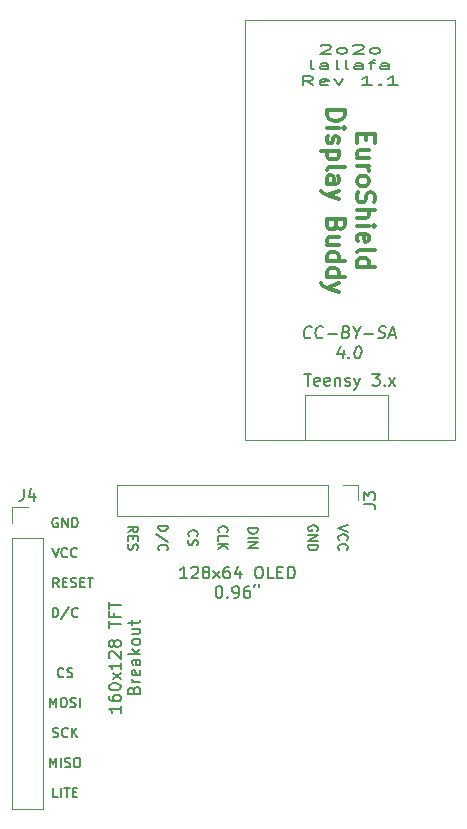
<source format=gbr>
G04 #@! TF.GenerationSoftware,KiCad,Pcbnew,(5.1.5-0-10_14)*
G04 #@! TF.CreationDate,2020-10-22T20:15:14+02:00*
G04 #@! TF.ProjectId,es_display,65735f64-6973-4706-9c61-792e6b696361,rev?*
G04 #@! TF.SameCoordinates,Original*
G04 #@! TF.FileFunction,Legend,Top*
G04 #@! TF.FilePolarity,Positive*
%FSLAX46Y46*%
G04 Gerber Fmt 4.6, Leading zero omitted, Abs format (unit mm)*
G04 Created by KiCad (PCBNEW (5.1.5-0-10_14)) date 2020-10-22 20:15:14*
%MOMM*%
%LPD*%
G04 APERTURE LIST*
%ADD10C,0.200000*%
%ADD11C,0.150000*%
%ADD12C,0.300000*%
%ADD13C,0.190500*%
%ADD14C,0.120000*%
G04 APERTURE END LIST*
D10*
X138885952Y-96662142D02*
X138832380Y-96709761D01*
X138683571Y-96757380D01*
X138588333Y-96757380D01*
X138451428Y-96709761D01*
X138368095Y-96614523D01*
X138332380Y-96519285D01*
X138308571Y-96328809D01*
X138326428Y-96185952D01*
X138397857Y-95995476D01*
X138457380Y-95900238D01*
X138564523Y-95805000D01*
X138713333Y-95757380D01*
X138808571Y-95757380D01*
X138945476Y-95805000D01*
X138987142Y-95852619D01*
X139885952Y-96662142D02*
X139832380Y-96709761D01*
X139683571Y-96757380D01*
X139588333Y-96757380D01*
X139451428Y-96709761D01*
X139368095Y-96614523D01*
X139332380Y-96519285D01*
X139308571Y-96328809D01*
X139326428Y-96185952D01*
X139397857Y-95995476D01*
X139457380Y-95900238D01*
X139564523Y-95805000D01*
X139713333Y-95757380D01*
X139808571Y-95757380D01*
X139945476Y-95805000D01*
X139987142Y-95852619D01*
X140350238Y-96376428D02*
X141112142Y-96376428D01*
X141939523Y-96233571D02*
X142076428Y-96281190D01*
X142118095Y-96328809D01*
X142153809Y-96424047D01*
X142135952Y-96566904D01*
X142076428Y-96662142D01*
X142022857Y-96709761D01*
X141921666Y-96757380D01*
X141540714Y-96757380D01*
X141665714Y-95757380D01*
X141999047Y-95757380D01*
X142088333Y-95805000D01*
X142130000Y-95852619D01*
X142165714Y-95947857D01*
X142153809Y-96043095D01*
X142094285Y-96138333D01*
X142040714Y-96185952D01*
X141939523Y-96233571D01*
X141606190Y-96233571D01*
X142790714Y-96281190D02*
X142731190Y-96757380D01*
X142522857Y-95757380D02*
X142790714Y-96281190D01*
X143189523Y-95757380D01*
X143445476Y-96376428D02*
X144207380Y-96376428D01*
X144594285Y-96709761D02*
X144731190Y-96757380D01*
X144969285Y-96757380D01*
X145070476Y-96709761D01*
X145124047Y-96662142D01*
X145183571Y-96566904D01*
X145195476Y-96471666D01*
X145159761Y-96376428D01*
X145118095Y-96328809D01*
X145028809Y-96281190D01*
X144844285Y-96233571D01*
X144755000Y-96185952D01*
X144713333Y-96138333D01*
X144677619Y-96043095D01*
X144689523Y-95947857D01*
X144749047Y-95852619D01*
X144802619Y-95805000D01*
X144903809Y-95757380D01*
X145141904Y-95757380D01*
X145278809Y-95805000D01*
X145576428Y-96471666D02*
X146052619Y-96471666D01*
X145445476Y-96757380D02*
X145903809Y-95757380D01*
X146112142Y-96757380D01*
X141695476Y-97790714D02*
X141612142Y-98457380D01*
X141505000Y-97409761D02*
X141177619Y-98124047D01*
X141796666Y-98124047D01*
X142147857Y-98362142D02*
X142189523Y-98409761D01*
X142135952Y-98457380D01*
X142094285Y-98409761D01*
X142147857Y-98362142D01*
X142135952Y-98457380D01*
X142927619Y-97457380D02*
X143022857Y-97457380D01*
X143112142Y-97505000D01*
X143153809Y-97552619D01*
X143189523Y-97647857D01*
X143213333Y-97838333D01*
X143183571Y-98076428D01*
X143112142Y-98266904D01*
X143052619Y-98362142D01*
X142999047Y-98409761D01*
X142897857Y-98457380D01*
X142802619Y-98457380D01*
X142713333Y-98409761D01*
X142671666Y-98362142D01*
X142635952Y-98266904D01*
X142612142Y-98076428D01*
X142641904Y-97838333D01*
X142713333Y-97647857D01*
X142772857Y-97552619D01*
X142826428Y-97505000D01*
X142927619Y-97457380D01*
D11*
X117500476Y-135616904D02*
X117119523Y-135616904D01*
X117119523Y-134816904D01*
X117767142Y-135616904D02*
X117767142Y-134816904D01*
X118033809Y-134816904D02*
X118490952Y-134816904D01*
X118262380Y-135616904D02*
X118262380Y-134816904D01*
X118757619Y-135197857D02*
X119024285Y-135197857D01*
X119138571Y-135616904D02*
X118757619Y-135616904D01*
X118757619Y-134816904D01*
X119138571Y-134816904D01*
X116852857Y-133076904D02*
X116852857Y-132276904D01*
X117119523Y-132848333D01*
X117386190Y-132276904D01*
X117386190Y-133076904D01*
X117767142Y-133076904D02*
X117767142Y-132276904D01*
X118110000Y-133038809D02*
X118224285Y-133076904D01*
X118414761Y-133076904D01*
X118490952Y-133038809D01*
X118529047Y-133000714D01*
X118567142Y-132924523D01*
X118567142Y-132848333D01*
X118529047Y-132772142D01*
X118490952Y-132734047D01*
X118414761Y-132695952D01*
X118262380Y-132657857D01*
X118186190Y-132619761D01*
X118148095Y-132581666D01*
X118110000Y-132505476D01*
X118110000Y-132429285D01*
X118148095Y-132353095D01*
X118186190Y-132315000D01*
X118262380Y-132276904D01*
X118452857Y-132276904D01*
X118567142Y-132315000D01*
X119062380Y-132276904D02*
X119214761Y-132276904D01*
X119290952Y-132315000D01*
X119367142Y-132391190D01*
X119405238Y-132543571D01*
X119405238Y-132810238D01*
X119367142Y-132962619D01*
X119290952Y-133038809D01*
X119214761Y-133076904D01*
X119062380Y-133076904D01*
X118986190Y-133038809D01*
X118910000Y-132962619D01*
X118871904Y-132810238D01*
X118871904Y-132543571D01*
X118910000Y-132391190D01*
X118986190Y-132315000D01*
X119062380Y-132276904D01*
X117081428Y-130498809D02*
X117195714Y-130536904D01*
X117386190Y-130536904D01*
X117462380Y-130498809D01*
X117500476Y-130460714D01*
X117538571Y-130384523D01*
X117538571Y-130308333D01*
X117500476Y-130232142D01*
X117462380Y-130194047D01*
X117386190Y-130155952D01*
X117233809Y-130117857D01*
X117157619Y-130079761D01*
X117119523Y-130041666D01*
X117081428Y-129965476D01*
X117081428Y-129889285D01*
X117119523Y-129813095D01*
X117157619Y-129775000D01*
X117233809Y-129736904D01*
X117424285Y-129736904D01*
X117538571Y-129775000D01*
X118338571Y-130460714D02*
X118300476Y-130498809D01*
X118186190Y-130536904D01*
X118110000Y-130536904D01*
X117995714Y-130498809D01*
X117919523Y-130422619D01*
X117881428Y-130346428D01*
X117843333Y-130194047D01*
X117843333Y-130079761D01*
X117881428Y-129927380D01*
X117919523Y-129851190D01*
X117995714Y-129775000D01*
X118110000Y-129736904D01*
X118186190Y-129736904D01*
X118300476Y-129775000D01*
X118338571Y-129813095D01*
X118681428Y-130536904D02*
X118681428Y-129736904D01*
X119138571Y-130536904D02*
X118795714Y-130079761D01*
X119138571Y-129736904D02*
X118681428Y-130194047D01*
X116852857Y-127996904D02*
X116852857Y-127196904D01*
X117119523Y-127768333D01*
X117386190Y-127196904D01*
X117386190Y-127996904D01*
X117919523Y-127196904D02*
X118071904Y-127196904D01*
X118148095Y-127235000D01*
X118224285Y-127311190D01*
X118262380Y-127463571D01*
X118262380Y-127730238D01*
X118224285Y-127882619D01*
X118148095Y-127958809D01*
X118071904Y-127996904D01*
X117919523Y-127996904D01*
X117843333Y-127958809D01*
X117767142Y-127882619D01*
X117729047Y-127730238D01*
X117729047Y-127463571D01*
X117767142Y-127311190D01*
X117843333Y-127235000D01*
X117919523Y-127196904D01*
X118567142Y-127958809D02*
X118681428Y-127996904D01*
X118871904Y-127996904D01*
X118948095Y-127958809D01*
X118986190Y-127920714D01*
X119024285Y-127844523D01*
X119024285Y-127768333D01*
X118986190Y-127692142D01*
X118948095Y-127654047D01*
X118871904Y-127615952D01*
X118719523Y-127577857D01*
X118643333Y-127539761D01*
X118605238Y-127501666D01*
X118567142Y-127425476D01*
X118567142Y-127349285D01*
X118605238Y-127273095D01*
X118643333Y-127235000D01*
X118719523Y-127196904D01*
X118910000Y-127196904D01*
X119024285Y-127235000D01*
X119367142Y-127996904D02*
X119367142Y-127196904D01*
X117976666Y-125380714D02*
X117938571Y-125418809D01*
X117824285Y-125456904D01*
X117748095Y-125456904D01*
X117633809Y-125418809D01*
X117557619Y-125342619D01*
X117519523Y-125266428D01*
X117481428Y-125114047D01*
X117481428Y-124999761D01*
X117519523Y-124847380D01*
X117557619Y-124771190D01*
X117633809Y-124695000D01*
X117748095Y-124656904D01*
X117824285Y-124656904D01*
X117938571Y-124695000D01*
X117976666Y-124733095D01*
X118281428Y-125418809D02*
X118395714Y-125456904D01*
X118586190Y-125456904D01*
X118662380Y-125418809D01*
X118700476Y-125380714D01*
X118738571Y-125304523D01*
X118738571Y-125228333D01*
X118700476Y-125152142D01*
X118662380Y-125114047D01*
X118586190Y-125075952D01*
X118433809Y-125037857D01*
X118357619Y-124999761D01*
X118319523Y-124961666D01*
X118281428Y-124885476D01*
X118281428Y-124809285D01*
X118319523Y-124733095D01*
X118357619Y-124695000D01*
X118433809Y-124656904D01*
X118624285Y-124656904D01*
X118738571Y-124695000D01*
X117081428Y-120376904D02*
X117081428Y-119576904D01*
X117271904Y-119576904D01*
X117386190Y-119615000D01*
X117462380Y-119691190D01*
X117500476Y-119767380D01*
X117538571Y-119919761D01*
X117538571Y-120034047D01*
X117500476Y-120186428D01*
X117462380Y-120262619D01*
X117386190Y-120338809D01*
X117271904Y-120376904D01*
X117081428Y-120376904D01*
X118452857Y-119538809D02*
X117767142Y-120567380D01*
X119176666Y-120300714D02*
X119138571Y-120338809D01*
X119024285Y-120376904D01*
X118948095Y-120376904D01*
X118833809Y-120338809D01*
X118757619Y-120262619D01*
X118719523Y-120186428D01*
X118681428Y-120034047D01*
X118681428Y-119919761D01*
X118719523Y-119767380D01*
X118757619Y-119691190D01*
X118833809Y-119615000D01*
X118948095Y-119576904D01*
X119024285Y-119576904D01*
X119138571Y-119615000D01*
X119176666Y-119653095D01*
X117583095Y-117836904D02*
X117316428Y-117455952D01*
X117125952Y-117836904D02*
X117125952Y-117036904D01*
X117430714Y-117036904D01*
X117506904Y-117075000D01*
X117545000Y-117113095D01*
X117583095Y-117189285D01*
X117583095Y-117303571D01*
X117545000Y-117379761D01*
X117506904Y-117417857D01*
X117430714Y-117455952D01*
X117125952Y-117455952D01*
X117925952Y-117417857D02*
X118192619Y-117417857D01*
X118306904Y-117836904D02*
X117925952Y-117836904D01*
X117925952Y-117036904D01*
X118306904Y-117036904D01*
X118611666Y-117798809D02*
X118725952Y-117836904D01*
X118916428Y-117836904D01*
X118992619Y-117798809D01*
X119030714Y-117760714D01*
X119068809Y-117684523D01*
X119068809Y-117608333D01*
X119030714Y-117532142D01*
X118992619Y-117494047D01*
X118916428Y-117455952D01*
X118764047Y-117417857D01*
X118687857Y-117379761D01*
X118649761Y-117341666D01*
X118611666Y-117265476D01*
X118611666Y-117189285D01*
X118649761Y-117113095D01*
X118687857Y-117075000D01*
X118764047Y-117036904D01*
X118954523Y-117036904D01*
X119068809Y-117075000D01*
X119411666Y-117417857D02*
X119678333Y-117417857D01*
X119792619Y-117836904D02*
X119411666Y-117836904D01*
X119411666Y-117036904D01*
X119792619Y-117036904D01*
X120021190Y-117036904D02*
X120478333Y-117036904D01*
X120249761Y-117836904D02*
X120249761Y-117036904D01*
X117043333Y-114496904D02*
X117310000Y-115296904D01*
X117576666Y-114496904D01*
X118300476Y-115220714D02*
X118262380Y-115258809D01*
X118148095Y-115296904D01*
X118071904Y-115296904D01*
X117957619Y-115258809D01*
X117881428Y-115182619D01*
X117843333Y-115106428D01*
X117805238Y-114954047D01*
X117805238Y-114839761D01*
X117843333Y-114687380D01*
X117881428Y-114611190D01*
X117957619Y-114535000D01*
X118071904Y-114496904D01*
X118148095Y-114496904D01*
X118262380Y-114535000D01*
X118300476Y-114573095D01*
X119100476Y-115220714D02*
X119062380Y-115258809D01*
X118948095Y-115296904D01*
X118871904Y-115296904D01*
X118757619Y-115258809D01*
X118681428Y-115182619D01*
X118643333Y-115106428D01*
X118605238Y-114954047D01*
X118605238Y-114839761D01*
X118643333Y-114687380D01*
X118681428Y-114611190D01*
X118757619Y-114535000D01*
X118871904Y-114496904D01*
X118948095Y-114496904D01*
X119062380Y-114535000D01*
X119100476Y-114573095D01*
X117500476Y-111995000D02*
X117424285Y-111956904D01*
X117310000Y-111956904D01*
X117195714Y-111995000D01*
X117119523Y-112071190D01*
X117081428Y-112147380D01*
X117043333Y-112299761D01*
X117043333Y-112414047D01*
X117081428Y-112566428D01*
X117119523Y-112642619D01*
X117195714Y-112718809D01*
X117310000Y-112756904D01*
X117386190Y-112756904D01*
X117500476Y-112718809D01*
X117538571Y-112680714D01*
X117538571Y-112414047D01*
X117386190Y-112414047D01*
X117881428Y-112756904D02*
X117881428Y-111956904D01*
X118338571Y-112756904D01*
X118338571Y-111956904D01*
X118719523Y-112756904D02*
X118719523Y-111956904D01*
X118910000Y-111956904D01*
X119024285Y-111995000D01*
X119100476Y-112071190D01*
X119138571Y-112147380D01*
X119176666Y-112299761D01*
X119176666Y-112414047D01*
X119138571Y-112566428D01*
X119100476Y-112642619D01*
X119024285Y-112718809D01*
X118910000Y-112756904D01*
X118719523Y-112756904D01*
X123463095Y-113169761D02*
X123844047Y-112903095D01*
X123463095Y-112712619D02*
X124263095Y-112712619D01*
X124263095Y-113017380D01*
X124225000Y-113093571D01*
X124186904Y-113131666D01*
X124110714Y-113169761D01*
X123996428Y-113169761D01*
X123920238Y-113131666D01*
X123882142Y-113093571D01*
X123844047Y-113017380D01*
X123844047Y-112712619D01*
X123882142Y-113512619D02*
X123882142Y-113779285D01*
X123463095Y-113893571D02*
X123463095Y-113512619D01*
X124263095Y-113512619D01*
X124263095Y-113893571D01*
X123501190Y-114198333D02*
X123463095Y-114312619D01*
X123463095Y-114503095D01*
X123501190Y-114579285D01*
X123539285Y-114617380D01*
X123615476Y-114655476D01*
X123691666Y-114655476D01*
X123767857Y-114617380D01*
X123805952Y-114579285D01*
X123844047Y-114503095D01*
X123882142Y-114350714D01*
X123920238Y-114274523D01*
X123958333Y-114236428D01*
X124034523Y-114198333D01*
X124110714Y-114198333D01*
X124186904Y-114236428D01*
X124225000Y-114274523D01*
X124263095Y-114350714D01*
X124263095Y-114541190D01*
X124225000Y-114655476D01*
X126003095Y-112636428D02*
X126803095Y-112636428D01*
X126803095Y-112826904D01*
X126765000Y-112941190D01*
X126688809Y-113017380D01*
X126612619Y-113055476D01*
X126460238Y-113093571D01*
X126345952Y-113093571D01*
X126193571Y-113055476D01*
X126117380Y-113017380D01*
X126041190Y-112941190D01*
X126003095Y-112826904D01*
X126003095Y-112636428D01*
X126841190Y-114007857D02*
X125812619Y-113322142D01*
X126079285Y-114731666D02*
X126041190Y-114693571D01*
X126003095Y-114579285D01*
X126003095Y-114503095D01*
X126041190Y-114388809D01*
X126117380Y-114312619D01*
X126193571Y-114274523D01*
X126345952Y-114236428D01*
X126460238Y-114236428D01*
X126612619Y-114274523D01*
X126688809Y-114312619D01*
X126765000Y-114388809D01*
X126803095Y-114503095D01*
X126803095Y-114579285D01*
X126765000Y-114693571D01*
X126726904Y-114731666D01*
X128619285Y-113531666D02*
X128581190Y-113493571D01*
X128543095Y-113379285D01*
X128543095Y-113303095D01*
X128581190Y-113188809D01*
X128657380Y-113112619D01*
X128733571Y-113074523D01*
X128885952Y-113036428D01*
X129000238Y-113036428D01*
X129152619Y-113074523D01*
X129228809Y-113112619D01*
X129305000Y-113188809D01*
X129343095Y-113303095D01*
X129343095Y-113379285D01*
X129305000Y-113493571D01*
X129266904Y-113531666D01*
X128581190Y-113836428D02*
X128543095Y-113950714D01*
X128543095Y-114141190D01*
X128581190Y-114217380D01*
X128619285Y-114255476D01*
X128695476Y-114293571D01*
X128771666Y-114293571D01*
X128847857Y-114255476D01*
X128885952Y-114217380D01*
X128924047Y-114141190D01*
X128962142Y-113988809D01*
X129000238Y-113912619D01*
X129038333Y-113874523D01*
X129114523Y-113836428D01*
X129190714Y-113836428D01*
X129266904Y-113874523D01*
X129305000Y-113912619D01*
X129343095Y-113988809D01*
X129343095Y-114179285D01*
X129305000Y-114293571D01*
X131159285Y-113188809D02*
X131121190Y-113150714D01*
X131083095Y-113036428D01*
X131083095Y-112960238D01*
X131121190Y-112845952D01*
X131197380Y-112769761D01*
X131273571Y-112731666D01*
X131425952Y-112693571D01*
X131540238Y-112693571D01*
X131692619Y-112731666D01*
X131768809Y-112769761D01*
X131845000Y-112845952D01*
X131883095Y-112960238D01*
X131883095Y-113036428D01*
X131845000Y-113150714D01*
X131806904Y-113188809D01*
X131083095Y-113912619D02*
X131083095Y-113531666D01*
X131883095Y-113531666D01*
X131083095Y-114179285D02*
X131883095Y-114179285D01*
X131083095Y-114636428D02*
X131540238Y-114293571D01*
X131883095Y-114636428D02*
X131425952Y-114179285D01*
X133623095Y-112845952D02*
X134423095Y-112845952D01*
X134423095Y-113036428D01*
X134385000Y-113150714D01*
X134308809Y-113226904D01*
X134232619Y-113265000D01*
X134080238Y-113303095D01*
X133965952Y-113303095D01*
X133813571Y-113265000D01*
X133737380Y-113226904D01*
X133661190Y-113150714D01*
X133623095Y-113036428D01*
X133623095Y-112845952D01*
X133623095Y-113645952D02*
X134423095Y-113645952D01*
X133623095Y-114026904D02*
X134423095Y-114026904D01*
X133623095Y-114484047D01*
X134423095Y-114484047D01*
X139465000Y-113055476D02*
X139503095Y-112979285D01*
X139503095Y-112865000D01*
X139465000Y-112750714D01*
X139388809Y-112674523D01*
X139312619Y-112636428D01*
X139160238Y-112598333D01*
X139045952Y-112598333D01*
X138893571Y-112636428D01*
X138817380Y-112674523D01*
X138741190Y-112750714D01*
X138703095Y-112865000D01*
X138703095Y-112941190D01*
X138741190Y-113055476D01*
X138779285Y-113093571D01*
X139045952Y-113093571D01*
X139045952Y-112941190D01*
X138703095Y-113436428D02*
X139503095Y-113436428D01*
X138703095Y-113893571D01*
X139503095Y-113893571D01*
X138703095Y-114274523D02*
X139503095Y-114274523D01*
X139503095Y-114465000D01*
X139465000Y-114579285D01*
X139388809Y-114655476D01*
X139312619Y-114693571D01*
X139160238Y-114731666D01*
X139045952Y-114731666D01*
X138893571Y-114693571D01*
X138817380Y-114655476D01*
X138741190Y-114579285D01*
X138703095Y-114465000D01*
X138703095Y-114274523D01*
X142043095Y-112598333D02*
X141243095Y-112865000D01*
X142043095Y-113131666D01*
X141319285Y-113855476D02*
X141281190Y-113817380D01*
X141243095Y-113703095D01*
X141243095Y-113626904D01*
X141281190Y-113512619D01*
X141357380Y-113436428D01*
X141433571Y-113398333D01*
X141585952Y-113360238D01*
X141700238Y-113360238D01*
X141852619Y-113398333D01*
X141928809Y-113436428D01*
X142005000Y-113512619D01*
X142043095Y-113626904D01*
X142043095Y-113703095D01*
X142005000Y-113817380D01*
X141966904Y-113855476D01*
X141319285Y-114655476D02*
X141281190Y-114617380D01*
X141243095Y-114503095D01*
X141243095Y-114426904D01*
X141281190Y-114312619D01*
X141357380Y-114236428D01*
X141433571Y-114198333D01*
X141585952Y-114160238D01*
X141700238Y-114160238D01*
X141852619Y-114198333D01*
X141928809Y-114236428D01*
X142005000Y-114312619D01*
X142043095Y-114426904D01*
X142043095Y-114503095D01*
X142005000Y-114617380D01*
X141966904Y-114655476D01*
X122817380Y-127896428D02*
X122817380Y-128467857D01*
X122817380Y-128182142D02*
X121817380Y-128182142D01*
X121960238Y-128277380D01*
X122055476Y-128372619D01*
X122103095Y-128467857D01*
X121817380Y-127039285D02*
X121817380Y-127229761D01*
X121865000Y-127325000D01*
X121912619Y-127372619D01*
X122055476Y-127467857D01*
X122245952Y-127515476D01*
X122626904Y-127515476D01*
X122722142Y-127467857D01*
X122769761Y-127420238D01*
X122817380Y-127325000D01*
X122817380Y-127134523D01*
X122769761Y-127039285D01*
X122722142Y-126991666D01*
X122626904Y-126944047D01*
X122388809Y-126944047D01*
X122293571Y-126991666D01*
X122245952Y-127039285D01*
X122198333Y-127134523D01*
X122198333Y-127325000D01*
X122245952Y-127420238D01*
X122293571Y-127467857D01*
X122388809Y-127515476D01*
X121817380Y-126325000D02*
X121817380Y-126229761D01*
X121865000Y-126134523D01*
X121912619Y-126086904D01*
X122007857Y-126039285D01*
X122198333Y-125991666D01*
X122436428Y-125991666D01*
X122626904Y-126039285D01*
X122722142Y-126086904D01*
X122769761Y-126134523D01*
X122817380Y-126229761D01*
X122817380Y-126325000D01*
X122769761Y-126420238D01*
X122722142Y-126467857D01*
X122626904Y-126515476D01*
X122436428Y-126563095D01*
X122198333Y-126563095D01*
X122007857Y-126515476D01*
X121912619Y-126467857D01*
X121865000Y-126420238D01*
X121817380Y-126325000D01*
X122817380Y-125658333D02*
X122150714Y-125134523D01*
X122150714Y-125658333D02*
X122817380Y-125134523D01*
X122817380Y-124229761D02*
X122817380Y-124801190D01*
X122817380Y-124515476D02*
X121817380Y-124515476D01*
X121960238Y-124610714D01*
X122055476Y-124705952D01*
X122103095Y-124801190D01*
X121912619Y-123848809D02*
X121865000Y-123801190D01*
X121817380Y-123705952D01*
X121817380Y-123467857D01*
X121865000Y-123372619D01*
X121912619Y-123325000D01*
X122007857Y-123277380D01*
X122103095Y-123277380D01*
X122245952Y-123325000D01*
X122817380Y-123896428D01*
X122817380Y-123277380D01*
X122245952Y-122705952D02*
X122198333Y-122801190D01*
X122150714Y-122848809D01*
X122055476Y-122896428D01*
X122007857Y-122896428D01*
X121912619Y-122848809D01*
X121865000Y-122801190D01*
X121817380Y-122705952D01*
X121817380Y-122515476D01*
X121865000Y-122420238D01*
X121912619Y-122372619D01*
X122007857Y-122325000D01*
X122055476Y-122325000D01*
X122150714Y-122372619D01*
X122198333Y-122420238D01*
X122245952Y-122515476D01*
X122245952Y-122705952D01*
X122293571Y-122801190D01*
X122341190Y-122848809D01*
X122436428Y-122896428D01*
X122626904Y-122896428D01*
X122722142Y-122848809D01*
X122769761Y-122801190D01*
X122817380Y-122705952D01*
X122817380Y-122515476D01*
X122769761Y-122420238D01*
X122722142Y-122372619D01*
X122626904Y-122325000D01*
X122436428Y-122325000D01*
X122341190Y-122372619D01*
X122293571Y-122420238D01*
X122245952Y-122515476D01*
X121817380Y-121277380D02*
X121817380Y-120705952D01*
X122817380Y-120991666D02*
X121817380Y-120991666D01*
X122293571Y-120039285D02*
X122293571Y-120372619D01*
X122817380Y-120372619D02*
X121817380Y-120372619D01*
X121817380Y-119896428D01*
X121817380Y-119658333D02*
X121817380Y-119086904D01*
X122817380Y-119372619D02*
X121817380Y-119372619D01*
X123943571Y-126539285D02*
X123991190Y-126396428D01*
X124038809Y-126348809D01*
X124134047Y-126301190D01*
X124276904Y-126301190D01*
X124372142Y-126348809D01*
X124419761Y-126396428D01*
X124467380Y-126491666D01*
X124467380Y-126872619D01*
X123467380Y-126872619D01*
X123467380Y-126539285D01*
X123515000Y-126444047D01*
X123562619Y-126396428D01*
X123657857Y-126348809D01*
X123753095Y-126348809D01*
X123848333Y-126396428D01*
X123895952Y-126444047D01*
X123943571Y-126539285D01*
X123943571Y-126872619D01*
X124467380Y-125872619D02*
X123800714Y-125872619D01*
X123991190Y-125872619D02*
X123895952Y-125825000D01*
X123848333Y-125777380D01*
X123800714Y-125682142D01*
X123800714Y-125586904D01*
X124419761Y-124872619D02*
X124467380Y-124967857D01*
X124467380Y-125158333D01*
X124419761Y-125253571D01*
X124324523Y-125301190D01*
X123943571Y-125301190D01*
X123848333Y-125253571D01*
X123800714Y-125158333D01*
X123800714Y-124967857D01*
X123848333Y-124872619D01*
X123943571Y-124825000D01*
X124038809Y-124825000D01*
X124134047Y-125301190D01*
X124467380Y-123967857D02*
X123943571Y-123967857D01*
X123848333Y-124015476D01*
X123800714Y-124110714D01*
X123800714Y-124301190D01*
X123848333Y-124396428D01*
X124419761Y-123967857D02*
X124467380Y-124063095D01*
X124467380Y-124301190D01*
X124419761Y-124396428D01*
X124324523Y-124444047D01*
X124229285Y-124444047D01*
X124134047Y-124396428D01*
X124086428Y-124301190D01*
X124086428Y-124063095D01*
X124038809Y-123967857D01*
X124467380Y-123491666D02*
X123467380Y-123491666D01*
X124086428Y-123396428D02*
X124467380Y-123110714D01*
X123800714Y-123110714D02*
X124181666Y-123491666D01*
X124467380Y-122539285D02*
X124419761Y-122634523D01*
X124372142Y-122682142D01*
X124276904Y-122729761D01*
X123991190Y-122729761D01*
X123895952Y-122682142D01*
X123848333Y-122634523D01*
X123800714Y-122539285D01*
X123800714Y-122396428D01*
X123848333Y-122301190D01*
X123895952Y-122253571D01*
X123991190Y-122205952D01*
X124276904Y-122205952D01*
X124372142Y-122253571D01*
X124419761Y-122301190D01*
X124467380Y-122396428D01*
X124467380Y-122539285D01*
X123800714Y-121348809D02*
X124467380Y-121348809D01*
X123800714Y-121777380D02*
X124324523Y-121777380D01*
X124419761Y-121729761D01*
X124467380Y-121634523D01*
X124467380Y-121491666D01*
X124419761Y-121396428D01*
X124372142Y-121348809D01*
X123800714Y-121015476D02*
X123800714Y-120634523D01*
X123467380Y-120872619D02*
X124324523Y-120872619D01*
X124419761Y-120825000D01*
X124467380Y-120729761D01*
X124467380Y-120634523D01*
X128429285Y-117102380D02*
X127857857Y-117102380D01*
X128143571Y-117102380D02*
X128143571Y-116102380D01*
X128048333Y-116245238D01*
X127953095Y-116340476D01*
X127857857Y-116388095D01*
X128810238Y-116197619D02*
X128857857Y-116150000D01*
X128953095Y-116102380D01*
X129191190Y-116102380D01*
X129286428Y-116150000D01*
X129334047Y-116197619D01*
X129381666Y-116292857D01*
X129381666Y-116388095D01*
X129334047Y-116530952D01*
X128762619Y-117102380D01*
X129381666Y-117102380D01*
X129953095Y-116530952D02*
X129857857Y-116483333D01*
X129810238Y-116435714D01*
X129762619Y-116340476D01*
X129762619Y-116292857D01*
X129810238Y-116197619D01*
X129857857Y-116150000D01*
X129953095Y-116102380D01*
X130143571Y-116102380D01*
X130238809Y-116150000D01*
X130286428Y-116197619D01*
X130334047Y-116292857D01*
X130334047Y-116340476D01*
X130286428Y-116435714D01*
X130238809Y-116483333D01*
X130143571Y-116530952D01*
X129953095Y-116530952D01*
X129857857Y-116578571D01*
X129810238Y-116626190D01*
X129762619Y-116721428D01*
X129762619Y-116911904D01*
X129810238Y-117007142D01*
X129857857Y-117054761D01*
X129953095Y-117102380D01*
X130143571Y-117102380D01*
X130238809Y-117054761D01*
X130286428Y-117007142D01*
X130334047Y-116911904D01*
X130334047Y-116721428D01*
X130286428Y-116626190D01*
X130238809Y-116578571D01*
X130143571Y-116530952D01*
X130667380Y-117102380D02*
X131191190Y-116435714D01*
X130667380Y-116435714D02*
X131191190Y-117102380D01*
X132000714Y-116102380D02*
X131810238Y-116102380D01*
X131715000Y-116150000D01*
X131667380Y-116197619D01*
X131572142Y-116340476D01*
X131524523Y-116530952D01*
X131524523Y-116911904D01*
X131572142Y-117007142D01*
X131619761Y-117054761D01*
X131715000Y-117102380D01*
X131905476Y-117102380D01*
X132000714Y-117054761D01*
X132048333Y-117007142D01*
X132095952Y-116911904D01*
X132095952Y-116673809D01*
X132048333Y-116578571D01*
X132000714Y-116530952D01*
X131905476Y-116483333D01*
X131715000Y-116483333D01*
X131619761Y-116530952D01*
X131572142Y-116578571D01*
X131524523Y-116673809D01*
X132953095Y-116435714D02*
X132953095Y-117102380D01*
X132715000Y-116054761D02*
X132476904Y-116769047D01*
X133095952Y-116769047D01*
X134429285Y-116102380D02*
X134619761Y-116102380D01*
X134715000Y-116150000D01*
X134810238Y-116245238D01*
X134857857Y-116435714D01*
X134857857Y-116769047D01*
X134810238Y-116959523D01*
X134715000Y-117054761D01*
X134619761Y-117102380D01*
X134429285Y-117102380D01*
X134334047Y-117054761D01*
X134238809Y-116959523D01*
X134191190Y-116769047D01*
X134191190Y-116435714D01*
X134238809Y-116245238D01*
X134334047Y-116150000D01*
X134429285Y-116102380D01*
X135762619Y-117102380D02*
X135286428Y-117102380D01*
X135286428Y-116102380D01*
X136095952Y-116578571D02*
X136429285Y-116578571D01*
X136572142Y-117102380D02*
X136095952Y-117102380D01*
X136095952Y-116102380D01*
X136572142Y-116102380D01*
X137000714Y-117102380D02*
X137000714Y-116102380D01*
X137238809Y-116102380D01*
X137381666Y-116150000D01*
X137476904Y-116245238D01*
X137524523Y-116340476D01*
X137572142Y-116530952D01*
X137572142Y-116673809D01*
X137524523Y-116864285D01*
X137476904Y-116959523D01*
X137381666Y-117054761D01*
X137238809Y-117102380D01*
X137000714Y-117102380D01*
X131095952Y-117752380D02*
X131191190Y-117752380D01*
X131286428Y-117800000D01*
X131334047Y-117847619D01*
X131381666Y-117942857D01*
X131429285Y-118133333D01*
X131429285Y-118371428D01*
X131381666Y-118561904D01*
X131334047Y-118657142D01*
X131286428Y-118704761D01*
X131191190Y-118752380D01*
X131095952Y-118752380D01*
X131000714Y-118704761D01*
X130953095Y-118657142D01*
X130905476Y-118561904D01*
X130857857Y-118371428D01*
X130857857Y-118133333D01*
X130905476Y-117942857D01*
X130953095Y-117847619D01*
X131000714Y-117800000D01*
X131095952Y-117752380D01*
X131857857Y-118657142D02*
X131905476Y-118704761D01*
X131857857Y-118752380D01*
X131810238Y-118704761D01*
X131857857Y-118657142D01*
X131857857Y-118752380D01*
X132381666Y-118752380D02*
X132572142Y-118752380D01*
X132667380Y-118704761D01*
X132715000Y-118657142D01*
X132810238Y-118514285D01*
X132857857Y-118323809D01*
X132857857Y-117942857D01*
X132810238Y-117847619D01*
X132762619Y-117800000D01*
X132667380Y-117752380D01*
X132476904Y-117752380D01*
X132381666Y-117800000D01*
X132334047Y-117847619D01*
X132286428Y-117942857D01*
X132286428Y-118180952D01*
X132334047Y-118276190D01*
X132381666Y-118323809D01*
X132476904Y-118371428D01*
X132667380Y-118371428D01*
X132762619Y-118323809D01*
X132810238Y-118276190D01*
X132857857Y-118180952D01*
X133715000Y-117752380D02*
X133524523Y-117752380D01*
X133429285Y-117800000D01*
X133381666Y-117847619D01*
X133286428Y-117990476D01*
X133238809Y-118180952D01*
X133238809Y-118561904D01*
X133286428Y-118657142D01*
X133334047Y-118704761D01*
X133429285Y-118752380D01*
X133619761Y-118752380D01*
X133715000Y-118704761D01*
X133762619Y-118657142D01*
X133810238Y-118561904D01*
X133810238Y-118323809D01*
X133762619Y-118228571D01*
X133715000Y-118180952D01*
X133619761Y-118133333D01*
X133429285Y-118133333D01*
X133334047Y-118180952D01*
X133286428Y-118228571D01*
X133238809Y-118323809D01*
X134524523Y-117800000D02*
X134524523Y-117752380D01*
X134572142Y-117657142D01*
X134619761Y-117609523D01*
X134143571Y-117800000D02*
X134143571Y-117752380D01*
X134191190Y-117657142D01*
X134238809Y-117609523D01*
D12*
X143622142Y-79482857D02*
X143622142Y-79982857D01*
X142836428Y-80197142D02*
X142836428Y-79482857D01*
X144336428Y-79482857D01*
X144336428Y-80197142D01*
X143836428Y-81482857D02*
X142836428Y-81482857D01*
X143836428Y-80840000D02*
X143050714Y-80840000D01*
X142907857Y-80911428D01*
X142836428Y-81054285D01*
X142836428Y-81268571D01*
X142907857Y-81411428D01*
X142979285Y-81482857D01*
X142836428Y-82197142D02*
X143836428Y-82197142D01*
X143550714Y-82197142D02*
X143693571Y-82268571D01*
X143765000Y-82340000D01*
X143836428Y-82482857D01*
X143836428Y-82625714D01*
X142836428Y-83340000D02*
X142907857Y-83197142D01*
X142979285Y-83125714D01*
X143122142Y-83054285D01*
X143550714Y-83054285D01*
X143693571Y-83125714D01*
X143765000Y-83197142D01*
X143836428Y-83340000D01*
X143836428Y-83554285D01*
X143765000Y-83697142D01*
X143693571Y-83768571D01*
X143550714Y-83840000D01*
X143122142Y-83840000D01*
X142979285Y-83768571D01*
X142907857Y-83697142D01*
X142836428Y-83554285D01*
X142836428Y-83340000D01*
X142907857Y-84411428D02*
X142836428Y-84625714D01*
X142836428Y-84982857D01*
X142907857Y-85125714D01*
X142979285Y-85197142D01*
X143122142Y-85268571D01*
X143265000Y-85268571D01*
X143407857Y-85197142D01*
X143479285Y-85125714D01*
X143550714Y-84982857D01*
X143622142Y-84697142D01*
X143693571Y-84554285D01*
X143765000Y-84482857D01*
X143907857Y-84411428D01*
X144050714Y-84411428D01*
X144193571Y-84482857D01*
X144265000Y-84554285D01*
X144336428Y-84697142D01*
X144336428Y-85054285D01*
X144265000Y-85268571D01*
X142836428Y-85911428D02*
X144336428Y-85911428D01*
X142836428Y-86554285D02*
X143622142Y-86554285D01*
X143765000Y-86482857D01*
X143836428Y-86340000D01*
X143836428Y-86125714D01*
X143765000Y-85982857D01*
X143693571Y-85911428D01*
X142836428Y-87268571D02*
X143836428Y-87268571D01*
X144336428Y-87268571D02*
X144265000Y-87197142D01*
X144193571Y-87268571D01*
X144265000Y-87340000D01*
X144336428Y-87268571D01*
X144193571Y-87268571D01*
X142907857Y-88554285D02*
X142836428Y-88411428D01*
X142836428Y-88125714D01*
X142907857Y-87982857D01*
X143050714Y-87911428D01*
X143622142Y-87911428D01*
X143765000Y-87982857D01*
X143836428Y-88125714D01*
X143836428Y-88411428D01*
X143765000Y-88554285D01*
X143622142Y-88625714D01*
X143479285Y-88625714D01*
X143336428Y-87911428D01*
X142836428Y-89482857D02*
X142907857Y-89340000D01*
X143050714Y-89268571D01*
X144336428Y-89268571D01*
X142836428Y-90697142D02*
X144336428Y-90697142D01*
X142907857Y-90697142D02*
X142836428Y-90554285D01*
X142836428Y-90268571D01*
X142907857Y-90125714D01*
X142979285Y-90054285D01*
X143122142Y-89982857D01*
X143550714Y-89982857D01*
X143693571Y-90054285D01*
X143765000Y-90125714D01*
X143836428Y-90268571D01*
X143836428Y-90554285D01*
X143765000Y-90697142D01*
X140286428Y-77482857D02*
X141786428Y-77482857D01*
X141786428Y-77840000D01*
X141715000Y-78054285D01*
X141572142Y-78197142D01*
X141429285Y-78268571D01*
X141143571Y-78340000D01*
X140929285Y-78340000D01*
X140643571Y-78268571D01*
X140500714Y-78197142D01*
X140357857Y-78054285D01*
X140286428Y-77840000D01*
X140286428Y-77482857D01*
X140286428Y-78982857D02*
X141286428Y-78982857D01*
X141786428Y-78982857D02*
X141715000Y-78911428D01*
X141643571Y-78982857D01*
X141715000Y-79054285D01*
X141786428Y-78982857D01*
X141643571Y-78982857D01*
X140357857Y-79625714D02*
X140286428Y-79768571D01*
X140286428Y-80054285D01*
X140357857Y-80197142D01*
X140500714Y-80268571D01*
X140572142Y-80268571D01*
X140715000Y-80197142D01*
X140786428Y-80054285D01*
X140786428Y-79840000D01*
X140857857Y-79697142D01*
X141000714Y-79625714D01*
X141072142Y-79625714D01*
X141215000Y-79697142D01*
X141286428Y-79840000D01*
X141286428Y-80054285D01*
X141215000Y-80197142D01*
X141286428Y-80911428D02*
X139786428Y-80911428D01*
X141215000Y-80911428D02*
X141286428Y-81054285D01*
X141286428Y-81340000D01*
X141215000Y-81482857D01*
X141143571Y-81554285D01*
X141000714Y-81625714D01*
X140572142Y-81625714D01*
X140429285Y-81554285D01*
X140357857Y-81482857D01*
X140286428Y-81340000D01*
X140286428Y-81054285D01*
X140357857Y-80911428D01*
X140286428Y-82482857D02*
X140357857Y-82340000D01*
X140500714Y-82268571D01*
X141786428Y-82268571D01*
X140286428Y-83697142D02*
X141072142Y-83697142D01*
X141215000Y-83625714D01*
X141286428Y-83482857D01*
X141286428Y-83197142D01*
X141215000Y-83054285D01*
X140357857Y-83697142D02*
X140286428Y-83554285D01*
X140286428Y-83197142D01*
X140357857Y-83054285D01*
X140500714Y-82982857D01*
X140643571Y-82982857D01*
X140786428Y-83054285D01*
X140857857Y-83197142D01*
X140857857Y-83554285D01*
X140929285Y-83697142D01*
X141286428Y-84268571D02*
X140286428Y-84625714D01*
X141286428Y-84982857D02*
X140286428Y-84625714D01*
X139929285Y-84482857D01*
X139857857Y-84411428D01*
X139786428Y-84268571D01*
X141072142Y-87197142D02*
X141000714Y-87411428D01*
X140929285Y-87482857D01*
X140786428Y-87554285D01*
X140572142Y-87554285D01*
X140429285Y-87482857D01*
X140357857Y-87411428D01*
X140286428Y-87268571D01*
X140286428Y-86697142D01*
X141786428Y-86697142D01*
X141786428Y-87197142D01*
X141715000Y-87340000D01*
X141643571Y-87411428D01*
X141500714Y-87482857D01*
X141357857Y-87482857D01*
X141215000Y-87411428D01*
X141143571Y-87340000D01*
X141072142Y-87197142D01*
X141072142Y-86697142D01*
X141286428Y-88840000D02*
X140286428Y-88840000D01*
X141286428Y-88197142D02*
X140500714Y-88197142D01*
X140357857Y-88268571D01*
X140286428Y-88411428D01*
X140286428Y-88625714D01*
X140357857Y-88768571D01*
X140429285Y-88840000D01*
X140286428Y-90197142D02*
X141786428Y-90197142D01*
X140357857Y-90197142D02*
X140286428Y-90054285D01*
X140286428Y-89768571D01*
X140357857Y-89625714D01*
X140429285Y-89554285D01*
X140572142Y-89482857D01*
X141000714Y-89482857D01*
X141143571Y-89554285D01*
X141215000Y-89625714D01*
X141286428Y-89768571D01*
X141286428Y-90054285D01*
X141215000Y-90197142D01*
X140286428Y-91554285D02*
X141786428Y-91554285D01*
X140357857Y-91554285D02*
X140286428Y-91411428D01*
X140286428Y-91125714D01*
X140357857Y-90982857D01*
X140429285Y-90911428D01*
X140572142Y-90840000D01*
X141000714Y-90840000D01*
X141143571Y-90911428D01*
X141215000Y-90982857D01*
X141286428Y-91125714D01*
X141286428Y-91411428D01*
X141215000Y-91554285D01*
X141286428Y-92125714D02*
X140286428Y-92482857D01*
X141286428Y-92840000D02*
X140286428Y-92482857D01*
X139929285Y-92340000D01*
X139857857Y-92268571D01*
X139786428Y-92125714D01*
D13*
X139740000Y-71981785D02*
X139811428Y-71945500D01*
X139954285Y-71909214D01*
X140311428Y-71909214D01*
X140454285Y-71945500D01*
X140525714Y-71981785D01*
X140597142Y-72054357D01*
X140597142Y-72126928D01*
X140525714Y-72235785D01*
X139668571Y-72671214D01*
X140597142Y-72671214D01*
X141454285Y-72671214D02*
X141311428Y-72634928D01*
X141240000Y-72598642D01*
X141168571Y-72526071D01*
X141168571Y-72308357D01*
X141240000Y-72235785D01*
X141311428Y-72199500D01*
X141454285Y-72163214D01*
X141668571Y-72163214D01*
X141811428Y-72199500D01*
X141882857Y-72235785D01*
X141954285Y-72308357D01*
X141954285Y-72526071D01*
X141882857Y-72598642D01*
X141811428Y-72634928D01*
X141668571Y-72671214D01*
X141454285Y-72671214D01*
X142525714Y-71981785D02*
X142597142Y-71945500D01*
X142740000Y-71909214D01*
X143097142Y-71909214D01*
X143240000Y-71945500D01*
X143311428Y-71981785D01*
X143382857Y-72054357D01*
X143382857Y-72126928D01*
X143311428Y-72235785D01*
X142454285Y-72671214D01*
X143382857Y-72671214D01*
X144240000Y-72671214D02*
X144097142Y-72634928D01*
X144025714Y-72598642D01*
X143954285Y-72526071D01*
X143954285Y-72308357D01*
X144025714Y-72235785D01*
X144097142Y-72199500D01*
X144240000Y-72163214D01*
X144454285Y-72163214D01*
X144597142Y-72199500D01*
X144668571Y-72235785D01*
X144740000Y-72308357D01*
X144740000Y-72526071D01*
X144668571Y-72598642D01*
X144597142Y-72634928D01*
X144454285Y-72671214D01*
X144240000Y-72671214D01*
X139168571Y-74004714D02*
X139025714Y-73968428D01*
X138954285Y-73895857D01*
X138954285Y-73242714D01*
X140382857Y-74004714D02*
X140382857Y-73605571D01*
X140311428Y-73533000D01*
X140168571Y-73496714D01*
X139882857Y-73496714D01*
X139740000Y-73533000D01*
X140382857Y-73968428D02*
X140240000Y-74004714D01*
X139882857Y-74004714D01*
X139740000Y-73968428D01*
X139668571Y-73895857D01*
X139668571Y-73823285D01*
X139740000Y-73750714D01*
X139882857Y-73714428D01*
X140240000Y-73714428D01*
X140382857Y-73678142D01*
X141311428Y-74004714D02*
X141168571Y-73968428D01*
X141097142Y-73895857D01*
X141097142Y-73242714D01*
X142097142Y-74004714D02*
X141954285Y-73968428D01*
X141882857Y-73895857D01*
X141882857Y-73242714D01*
X143311428Y-74004714D02*
X143311428Y-73605571D01*
X143240000Y-73533000D01*
X143097142Y-73496714D01*
X142811428Y-73496714D01*
X142668571Y-73533000D01*
X143311428Y-73968428D02*
X143168571Y-74004714D01*
X142811428Y-74004714D01*
X142668571Y-73968428D01*
X142597142Y-73895857D01*
X142597142Y-73823285D01*
X142668571Y-73750714D01*
X142811428Y-73714428D01*
X143168571Y-73714428D01*
X143311428Y-73678142D01*
X143811428Y-73496714D02*
X144382857Y-73496714D01*
X144025714Y-74004714D02*
X144025714Y-73351571D01*
X144097142Y-73279000D01*
X144240000Y-73242714D01*
X144382857Y-73242714D01*
X145525714Y-74004714D02*
X145525714Y-73605571D01*
X145454285Y-73533000D01*
X145311428Y-73496714D01*
X145025714Y-73496714D01*
X144882857Y-73533000D01*
X145525714Y-73968428D02*
X145382857Y-74004714D01*
X145025714Y-74004714D01*
X144882857Y-73968428D01*
X144811428Y-73895857D01*
X144811428Y-73823285D01*
X144882857Y-73750714D01*
X145025714Y-73714428D01*
X145382857Y-73714428D01*
X145525714Y-73678142D01*
X139132857Y-75338214D02*
X138632857Y-74975357D01*
X138275714Y-75338214D02*
X138275714Y-74576214D01*
X138847142Y-74576214D01*
X138990000Y-74612500D01*
X139061428Y-74648785D01*
X139132857Y-74721357D01*
X139132857Y-74830214D01*
X139061428Y-74902785D01*
X138990000Y-74939071D01*
X138847142Y-74975357D01*
X138275714Y-74975357D01*
X140347142Y-75301928D02*
X140204285Y-75338214D01*
X139918571Y-75338214D01*
X139775714Y-75301928D01*
X139704285Y-75229357D01*
X139704285Y-74939071D01*
X139775714Y-74866500D01*
X139918571Y-74830214D01*
X140204285Y-74830214D01*
X140347142Y-74866500D01*
X140418571Y-74939071D01*
X140418571Y-75011642D01*
X139704285Y-75084214D01*
X140918571Y-74830214D02*
X141275714Y-75338214D01*
X141632857Y-74830214D01*
X144132857Y-75338214D02*
X143275714Y-75338214D01*
X143704285Y-75338214D02*
X143704285Y-74576214D01*
X143561428Y-74685071D01*
X143418571Y-74757642D01*
X143275714Y-74793928D01*
X144775714Y-75265642D02*
X144847142Y-75301928D01*
X144775714Y-75338214D01*
X144704285Y-75301928D01*
X144775714Y-75265642D01*
X144775714Y-75338214D01*
X146275714Y-75338214D02*
X145418571Y-75338214D01*
X145847142Y-75338214D02*
X145847142Y-74576214D01*
X145704285Y-74685071D01*
X145561428Y-74757642D01*
X145418571Y-74793928D01*
D11*
X138359047Y-99782380D02*
X138930476Y-99782380D01*
X138644761Y-100782380D02*
X138644761Y-99782380D01*
X139644761Y-100734761D02*
X139549523Y-100782380D01*
X139359047Y-100782380D01*
X139263809Y-100734761D01*
X139216190Y-100639523D01*
X139216190Y-100258571D01*
X139263809Y-100163333D01*
X139359047Y-100115714D01*
X139549523Y-100115714D01*
X139644761Y-100163333D01*
X139692380Y-100258571D01*
X139692380Y-100353809D01*
X139216190Y-100449047D01*
X140501904Y-100734761D02*
X140406666Y-100782380D01*
X140216190Y-100782380D01*
X140120952Y-100734761D01*
X140073333Y-100639523D01*
X140073333Y-100258571D01*
X140120952Y-100163333D01*
X140216190Y-100115714D01*
X140406666Y-100115714D01*
X140501904Y-100163333D01*
X140549523Y-100258571D01*
X140549523Y-100353809D01*
X140073333Y-100449047D01*
X140978095Y-100115714D02*
X140978095Y-100782380D01*
X140978095Y-100210952D02*
X141025714Y-100163333D01*
X141120952Y-100115714D01*
X141263809Y-100115714D01*
X141359047Y-100163333D01*
X141406666Y-100258571D01*
X141406666Y-100782380D01*
X141835238Y-100734761D02*
X141930476Y-100782380D01*
X142120952Y-100782380D01*
X142216190Y-100734761D01*
X142263809Y-100639523D01*
X142263809Y-100591904D01*
X142216190Y-100496666D01*
X142120952Y-100449047D01*
X141978095Y-100449047D01*
X141882857Y-100401428D01*
X141835238Y-100306190D01*
X141835238Y-100258571D01*
X141882857Y-100163333D01*
X141978095Y-100115714D01*
X142120952Y-100115714D01*
X142216190Y-100163333D01*
X142597142Y-100115714D02*
X142835238Y-100782380D01*
X143073333Y-100115714D02*
X142835238Y-100782380D01*
X142740000Y-101020476D01*
X142692380Y-101068095D01*
X142597142Y-101115714D01*
X144120952Y-99782380D02*
X144740000Y-99782380D01*
X144406666Y-100163333D01*
X144549523Y-100163333D01*
X144644761Y-100210952D01*
X144692380Y-100258571D01*
X144740000Y-100353809D01*
X144740000Y-100591904D01*
X144692380Y-100687142D01*
X144644761Y-100734761D01*
X144549523Y-100782380D01*
X144263809Y-100782380D01*
X144168571Y-100734761D01*
X144120952Y-100687142D01*
X145168571Y-100687142D02*
X145216190Y-100734761D01*
X145168571Y-100782380D01*
X145120952Y-100734761D01*
X145168571Y-100687142D01*
X145168571Y-100782380D01*
X145549523Y-100782380D02*
X146073333Y-100115714D01*
X145549523Y-100115714D02*
X146073333Y-100782380D01*
D14*
X138430000Y-101600000D02*
X138430000Y-105410000D01*
X145415000Y-101600000D02*
X138430000Y-101600000D01*
X145415000Y-105410000D02*
X145415000Y-101600000D01*
X151130000Y-69850000D02*
X151130000Y-105410000D01*
X133350000Y-69850000D02*
X151130000Y-69850000D01*
X133350000Y-105410000D02*
X133350000Y-69850000D01*
X151130000Y-105410000D02*
X133350000Y-105410000D01*
X113605000Y-111065000D02*
X114935000Y-111065000D01*
X113605000Y-112395000D02*
X113605000Y-111065000D01*
X113605000Y-113665000D02*
X116265000Y-113665000D01*
X116265000Y-113665000D02*
X116265000Y-136585000D01*
X113605000Y-113665000D02*
X113605000Y-136585000D01*
X113605000Y-136585000D02*
X116265000Y-136585000D01*
X142935000Y-109160000D02*
X142935000Y-110490000D01*
X141605000Y-109160000D02*
X142935000Y-109160000D01*
X140335000Y-109160000D02*
X140335000Y-111820000D01*
X140335000Y-111820000D02*
X122495000Y-111820000D01*
X140335000Y-109160000D02*
X122495000Y-109160000D01*
X122495000Y-109160000D02*
X122495000Y-111820000D01*
D11*
X114601666Y-109517380D02*
X114601666Y-110231666D01*
X114554047Y-110374523D01*
X114458809Y-110469761D01*
X114315952Y-110517380D01*
X114220714Y-110517380D01*
X115506428Y-109850714D02*
X115506428Y-110517380D01*
X115268333Y-109469761D02*
X115030238Y-110184047D01*
X115649285Y-110184047D01*
X143387380Y-110823333D02*
X144101666Y-110823333D01*
X144244523Y-110870952D01*
X144339761Y-110966190D01*
X144387380Y-111109047D01*
X144387380Y-111204285D01*
X143387380Y-110442380D02*
X143387380Y-109823333D01*
X143768333Y-110156666D01*
X143768333Y-110013809D01*
X143815952Y-109918571D01*
X143863571Y-109870952D01*
X143958809Y-109823333D01*
X144196904Y-109823333D01*
X144292142Y-109870952D01*
X144339761Y-109918571D01*
X144387380Y-110013809D01*
X144387380Y-110299523D01*
X144339761Y-110394761D01*
X144292142Y-110442380D01*
M02*

</source>
